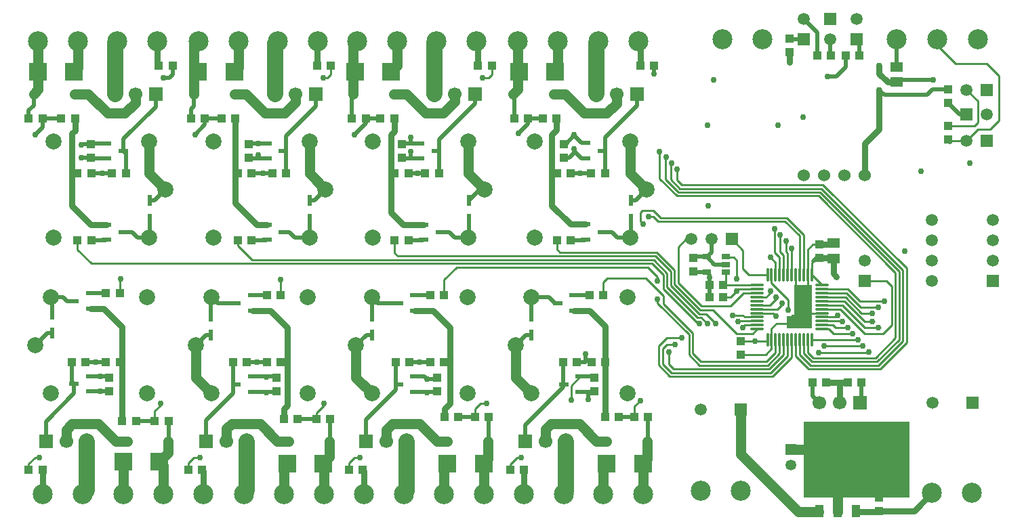
<source format=gbl>
%FSDAX24Y24*%
%MOIN*%
%SFA1B1*%

%IPPOS*%
%ADD17R,0.043300X0.039400*%
%ADD18R,0.039400X0.043300*%
%ADD20R,0.021700X0.057100*%
%ADD23C,0.010000*%
%ADD24C,0.030000*%
%ADD25C,0.020000*%
%ADD26C,0.080000*%
%ADD27C,0.050000*%
%ADD30C,0.060000*%
%ADD31R,0.066900X0.066900*%
%ADD32C,0.066900*%
%ADD33C,0.059100*%
%ADD34R,0.059100X0.059100*%
%ADD35R,0.066900X0.066900*%
%ADD36C,0.098400*%
%ADD37R,0.059100X0.059100*%
%ADD38C,0.078700*%
%ADD39C,0.047200*%
%ADD40R,0.053100X0.053100*%
%ADD41C,0.053100*%
%ADD42C,0.030000*%
%ADD43R,0.059100X0.051200*%
%ADD44R,0.043300X0.025600*%
%ADD45R,0.043300X0.061000*%
%ADD46R,0.043300X0.061000*%
%ADD47R,0.135800X0.061000*%
%ADD48O,0.070900X0.011800*%
%ADD49O,0.011800X0.070900*%
%ADD50R,0.051200X0.023600*%
%ADD51R,0.090600X0.090600*%
%ADD52R,0.090000X0.215000*%
%ADD53R,0.060000X0.060000*%
%ADD54R,0.520000X0.375000*%
%LNde-010824-1*%
%LPD*%
G54D17*
X046165Y023800D03*
X046835D03*
X046165Y023200D03*
X046835D03*
X030681Y025988D03*
X031350D03*
X038650Y026000D03*
X039319D03*
X015081Y025988D03*
X015750D03*
X022965D03*
X023635D03*
X014281Y031988D03*
X014950D03*
X015750Y029288D03*
X015081D03*
X040935Y023300D03*
X040265D03*
X013350Y031988D03*
X012681D03*
X016781Y029288D03*
X017450D03*
X019750Y034588D03*
X019081D03*
X022165Y031988D03*
X022835D03*
X023635Y029288D03*
X022965D03*
X021335Y031988D03*
X020665D03*
X024665Y029288D03*
X025335D03*
X027535Y034588D03*
X026865D03*
X029981Y031988D03*
X030650D03*
X031350Y029288D03*
X030681D03*
X033100Y023300D03*
X032431D03*
X029250Y031988D03*
X028581D03*
X032181Y029288D03*
X032850D03*
X035450Y034588D03*
X034781D03*
X037950Y032000D03*
X038619D03*
X039319Y029300D03*
X038650D03*
X037219Y032000D03*
X036550D03*
X040346Y029300D03*
X041015D03*
X043419Y034600D03*
X042750D03*
X041700Y017300D03*
X041031D03*
X040365Y020000D03*
X041035D03*
X025071Y023300D03*
X024402D03*
X042465Y017300D03*
X043135D03*
X039635Y020000D03*
X038965D03*
X036365Y014700D03*
X037035D03*
X033800Y017300D03*
X033131D03*
X032431Y020000D03*
X033100D03*
X034631Y017300D03*
X035300D03*
X031404Y020000D03*
X030734D03*
X028431Y014700D03*
X029100D03*
X025906Y017200D03*
X025237D03*
X024402Y020000D03*
X025071D03*
X017150Y023400D03*
X016481D03*
X026837Y017200D03*
X027506D03*
X023410Y020000D03*
X022741D03*
X020537Y014700D03*
X021206D03*
X017950Y017100D03*
X017281D03*
X016481Y020000D03*
X017150D03*
X018881Y017100D03*
X019550D03*
X015454Y020000D03*
X014785D03*
X012681Y014700D03*
X013350D03*
X052135Y035100D03*
X051465D03*
X052865D03*
X053535D03*
X051885Y019000D03*
X051215D03*
X052965D03*
X053635D03*
G54D18*
X051550Y025115D03*
Y025785D03*
X047700Y021035D03*
Y020365D03*
X045350Y025135D03*
Y024465D03*
X015716Y030722D03*
Y030053D03*
X023500Y030722D03*
Y030053D03*
X031016Y030722D03*
Y030053D03*
X038984Y030735D03*
Y030065D03*
X040500Y018565D03*
Y019235D03*
X032765Y018565D03*
Y019235D03*
X024871Y018565D03*
Y019235D03*
X016616Y018565D03*
Y019235D03*
X057900Y031635D03*
Y030965D03*
X050100Y035265D03*
Y035935D03*
X057900Y033435D03*
Y032765D03*
X054500Y012665D03*
Y013335D03*
G54D20*
X034316Y027025D03*
Y027950D03*
X042284Y027037D03*
Y027963D03*
X018616Y027025D03*
Y027950D03*
X026500Y027025D03*
Y027950D03*
X037400Y022263D03*
Y021337D03*
X029565Y022263D03*
Y021337D03*
X021637Y022263D03*
Y021337D03*
X013816Y022363D03*
Y021437D03*
G54D23*
X015081Y025519D02*
Y025988D01*
Y025519D02*
X015750Y024850D01*
X022965Y025735D02*
X023670Y025030D01*
X030681Y025369D02*
Y025988D01*
Y025369D02*
X030840Y025210D01*
X033100Y023300D02*
Y024050D01*
X040935Y023935D02*
X041130Y024130D01*
X046835Y023800D02*
X046972Y023938D01*
Y024426*
X046835Y023200D02*
X047200D01*
X047500Y023500*
X047586Y023586*
X046835Y023800D02*
X046852Y023783D01*
X046972Y025174D02*
X046996Y025150D01*
X047350*
X047500Y025000*
Y024100D02*
Y025000D01*
X049150Y025150D02*
X049411Y024889D01*
X049350Y025400D02*
X049608Y025142D01*
X049633Y025417D02*
X049805Y025245D01*
X049917Y025433D02*
X050002Y025348D01*
X043850Y020650D02*
X044050Y020850D01*
X044450*
X049608Y020408D02*
Y021106D01*
X041130Y024130D02*
X043020D01*
X044050Y021200D02*
X044800D01*
X043650Y020800D02*
X044050Y021200D01*
X043650Y019850D02*
Y020800D01*
Y019850D02*
X044210Y019290D01*
X043850Y019905D02*
Y020650D01*
Y019905D02*
X044285Y019470D01*
X044150Y019900D02*
Y020500D01*
Y019900D02*
X044400Y019650D01*
X049105*
X049797Y020342*
Y021098*
X044285Y019470D02*
X049179D01*
X049994Y020285*
Y021098*
X044210Y019290D02*
X049254D01*
X050191Y020227*
Y021098*
X049411Y020466D02*
Y021106D01*
X049917Y025433D02*
Y025950D01*
X049633Y025417D02*
Y026250D01*
X049350Y025400D02*
Y026550D01*
X051694Y021617D02*
X052033D01*
X052250Y021400*
X045000Y026050D02*
X045250D01*
X047200Y022750D02*
X047839Y023389D01*
X047250Y026050D02*
X047800Y025500D01*
X015750Y024850D02*
X043346D01*
X023670Y025030D02*
X043421D01*
X043600Y024000D02*
Y024200D01*
X043346Y024850D02*
X043900Y024296D01*
X044080Y023675D02*
Y024371D01*
X043421Y025030D02*
X044080Y024371D01*
X030840Y025210D02*
X043495D01*
X044260Y024445*
X043574Y025390D02*
X044440Y024524D01*
X043900Y023600D02*
Y024296D01*
X043600Y022900D02*
Y023100D01*
Y022900D02*
X045150Y021350D01*
X043020Y024130D02*
X043900Y023250D01*
Y022855D02*
Y023250D01*
Y022855D02*
X045330Y021425D01*
X043900Y023600D02*
X045600Y021900D01*
X045650*
X045990Y022360D02*
X046450Y021900D01*
X044080Y023675D02*
X045575Y022180D01*
X045766*
X046046Y021900*
X046050*
X044260Y023749D02*
Y024445D01*
Y023749D02*
X045649Y022360D01*
X045990*
X044440Y023824D02*
Y024524D01*
Y023824D02*
X045694Y022570D01*
X045768Y022750D02*
X047200D01*
X044620Y023898D02*
X045768Y022750D01*
X044620Y023898D02*
Y025670D01*
X045000Y026050*
X045694Y022570D02*
X046330D01*
X047500Y021400*
X048288*
X047800Y022300D02*
X047892Y022208D01*
X047300Y022300D02*
X047800D01*
X047550Y022000D02*
X047561Y022011D01*
X047800Y021700D02*
X047914Y021814D01*
X047800Y024600D02*
Y025500D01*
Y024600D02*
X048106Y024294D01*
X052689Y022011D02*
X052700Y022000D01*
X051694Y021814D02*
X052236D01*
X052350Y021700*
X052950*
X052250Y021400D02*
X053200D01*
X051183Y021106D02*
X051188Y021100D01*
X044550Y028954D02*
X044784Y028720D01*
X044270Y028979D02*
X044709Y028540D01*
X050986Y020469D02*
Y021106D01*
Y020469D02*
X051265Y020190D01*
X044550Y028954D02*
Y029500D01*
X044270Y028979D02*
Y029767D01*
X044283Y029780*
X044003Y028992D02*
Y030087D01*
X044017Y030100*
X043700Y029040D02*
Y030350D01*
X044003Y028992D02*
X044635Y028360D01*
X043700Y029040D02*
X044560Y028180D01*
X050789Y020411D02*
Y021106D01*
Y020411D02*
X051190Y020010D01*
X050592Y020353D02*
Y021106D01*
Y020353D02*
X051115Y019830D01*
X050395Y020296D02*
Y021106D01*
Y020296D02*
X051041Y019650D01*
X049030Y019830D02*
X049608Y020408D01*
X048955Y020010D02*
X049411Y020466D01*
X045150Y020350D02*
Y021350D01*
Y020350D02*
X045670Y019830D01*
X049030*
X045330Y020425D02*
Y021425D01*
Y020425D02*
X045745Y020010D01*
X048955*
X033100Y024050D02*
X033720Y024670D01*
X043130*
X043600Y024200*
X040935Y023300D02*
Y023935D01*
X049214Y020664D02*
Y021106D01*
X048915Y020365D02*
X049214Y020664D01*
X047700Y020365D02*
X048915D01*
X052235Y025115D02*
X052250Y025100D01*
X051183Y024883D02*
X051250Y024950D01*
X050986Y023686D02*
Y024294D01*
Y025536D02*
X051235Y025785D01*
X051550*
X051694Y022011D02*
X052689D01*
X051694Y022208D02*
X052358D01*
X052450Y022300*
X050395Y023600D02*
Y024294D01*
X051694Y023783D02*
X051744D01*
X048506Y022798D02*
X049123D01*
X048506Y022602D02*
X049502D01*
X049214Y021664D02*
X049450Y021900D01*
X050789Y024294D02*
X050797Y024302D01*
X051694Y023586D02*
X052964D01*
X053550Y023000*
X054700*
X051694Y023389D02*
X052906D01*
X053595Y022700*
X051694Y023192D02*
X052849D01*
X053641Y022400*
X054150*
X053595Y022700D02*
X054450D01*
X054500*
X051694Y022602D02*
X052598D01*
X053800Y021400*
X054700*
X055130Y021830*
Y023720*
X054850Y024000D02*
X055130Y023720D01*
X053800Y024000D02*
X054850D01*
X049214Y023886D02*
Y024294D01*
X050037Y022550D02*
Y023063D01*
X049214Y023886D02*
X050037Y023063D01*
X049608Y024294D02*
Y025142D01*
X047914Y021814D02*
X048506D01*
X050986Y024294D02*
Y025536D01*
X049214Y021106D02*
Y021664D01*
X049411Y024294D02*
Y024889D01*
X048288Y021400D02*
X048506Y021617D01*
X049797Y021098D02*
X049805Y021106D01*
X049600Y021098D02*
X049608Y021106D01*
X049994Y021098D02*
X050002Y021106D01*
X046852Y023783D02*
X048506D01*
X050191Y021098D02*
X050198Y021106D01*
X050592Y024294D02*
Y026208D01*
X050198Y024294D02*
Y025598D01*
X047586Y023586D02*
X048506D01*
X050002Y024294D02*
Y025348D01*
X047839Y023389D02*
X048506D01*
X047892Y022208D02*
X048506D01*
X049805Y024294D02*
Y025245D01*
X048106Y024294D02*
X049017D01*
X047561Y022011D02*
X048506D01*
X051183Y024294D02*
Y024883D01*
Y024294D02*
X051694Y023783D01*
X048946Y021035D02*
X049017Y021106D01*
X048506Y023192D02*
X048942D01*
X049150Y023400*
Y023500*
X049450Y021900D02*
X050000D01*
X050300Y022200*
Y022305*
X051694Y022995D02*
X052791D01*
X051694Y022798D02*
X052702D01*
X050905Y022405D02*
X051694D01*
X048506D02*
X049291D01*
X049446Y022250*
X051530Y020470D02*
X053970D01*
X054000Y020500*
X051188Y021100D02*
X053450D01*
X051800Y020800D02*
X053700D01*
X052702Y022798D02*
X053800Y021700D01*
X052791Y022995D02*
X053786Y022000D01*
X054150*
X054250*
X053800Y021700D02*
X054450D01*
X054550*
X057965Y030900D02*
X058800D01*
X057350Y035600D02*
Y035900D01*
Y035600D02*
X058250Y034700D01*
X057900Y031635D02*
X059185D01*
X059350Y031800*
X058800Y033400D02*
X059350Y032850D01*
Y031800D02*
Y032850D01*
X058800Y030900D02*
X059350Y031450D01*
X059950*
X060400Y031900*
X058250Y034700D02*
X059800D01*
X060400Y034100*
Y031900D02*
Y034100D01*
X044560Y028180D02*
X051520D01*
X044635Y028360D02*
X051595D01*
X055490Y024465*
X044709Y028540D02*
X051669D01*
X055670Y024539*
X044784Y028720D02*
X051744D01*
X055850Y024614*
X034631Y017300D02*
Y017681D01*
X018881Y017100D02*
Y017581D01*
X026837Y017487D02*
X027200Y017850D01*
X026837Y017200D02*
Y017487D01*
X043100Y016100D02*
X043135Y016135D01*
X035265Y016100D02*
X035300Y016135D01*
X027471Y016100D02*
X027506Y016135D01*
X019516Y016100D02*
X019550Y016135D01*
X038810Y025390D02*
X043574D01*
X038650Y025550D02*
X038810Y025390D01*
X038650Y025550D02*
Y026000D01*
X035450Y034150D02*
Y034588D01*
X035300Y034000D02*
X035450Y034150D01*
X035000Y034000D02*
X035300D01*
X027535Y034165D02*
Y034588D01*
X022965Y025735D02*
Y025988D01*
X027369Y034000D02*
X027535Y034165D01*
X027150Y034000D02*
X027369D01*
X012681Y014700D02*
Y014981D01*
X013000Y015300*
X013200*
X020537Y014700D02*
Y015037D01*
X020800Y015300*
X021100*
X018881Y017581D02*
X019150Y017850D01*
Y017950*
X028431Y014700D02*
Y015031D01*
X028700Y015300*
X028950*
X039373Y018833D02*
X039813Y019274D01*
X039373Y018127D02*
Y018833D01*
X034631Y017681D02*
X034900Y017950D01*
X035200*
X042465Y017300D02*
Y017815D01*
X042750Y018100*
X036365Y014700D02*
Y014965D01*
X036700Y015300*
X036900*
X047700Y021035D02*
X048400D01*
X048946*
X050797Y024302D02*
Y026258D01*
X049955Y027100D02*
X050797Y026258D01*
X017150Y023400D02*
Y024050D01*
X017200Y024100*
X043625Y026920D02*
X049880D01*
X043150Y027150D02*
X043395D01*
X043625Y026920*
X049880D02*
X050592Y026208D01*
X043750Y027100D02*
X049955D01*
X043400Y027450D02*
X043750Y027100D01*
X042850Y027450D02*
X043400D01*
X042750Y027350D02*
X042850Y027450D01*
X042750Y026950D02*
Y027350D01*
Y026950D02*
X042900Y026800D01*
X051520Y028180D02*
X055310Y024390D01*
X051041Y019650D02*
X054550D01*
X055850Y020950*
Y024614*
X051115Y019830D02*
X054475D01*
X055670Y021025*
Y024539*
X051190Y020010D02*
X054401D01*
X055490Y021099*
Y024465*
X051265Y020190D02*
X054326D01*
X055310Y021174*
Y024390*
X049123Y022798D02*
X049525Y023200D01*
X025071Y023300D02*
Y024072D01*
X049502Y022602D02*
X049800Y022900D01*
G54D24*
X051550Y025115D02*
X052235D01*
X052250Y024350D02*
X052400Y024200D01*
X052250Y024350D02*
Y025100D01*
X052187Y025785D02*
X052250Y025848D01*
X050100Y034750D02*
Y035265D01*
X053800Y029200D02*
Y030750D01*
X054500Y031450*
Y033400*
Y034200D02*
Y034600D01*
Y034200D02*
X054924Y033776D01*
X055350*
X057900Y030965D02*
X057965Y030900D01*
X021281Y013500D02*
Y014625D01*
X021206Y014700D02*
X021281Y014625D01*
X013350Y013527D02*
Y014700D01*
Y013527D02*
X013378Y013500D01*
X029100Y014700D02*
X029165Y014635D01*
Y013500D02*
Y014635D01*
X037016Y013500D02*
X037035Y013519D01*
X042750Y034600D02*
Y035719D01*
X042668Y035800D02*
X042750Y035719D01*
X034781Y034588D02*
Y035719D01*
X034700Y035800D02*
X034781Y035719D01*
X026865Y035781D02*
X026884Y035800D01*
X019000Y034669D02*
Y035800D01*
X037035Y013519D02*
Y014700D01*
X023888Y026762D02*
X024387D01*
X030650Y031350D02*
Y031988D01*
X030500Y031200D02*
X030650Y031350D01*
X030500Y027350D02*
X031088Y026762D01*
X032089*
X038619Y031419D02*
Y032000D01*
X038400Y031200D02*
X038619Y031419D01*
X038400Y027700D02*
X039326Y026774D01*
X040071*
X014950Y031400D02*
Y031988D01*
X014800Y031250D02*
X014950Y031400D01*
X014800Y027700D02*
X015738Y026762D01*
X022835Y027815D02*
X023888Y026762D01*
X015729Y022626D02*
X016374D01*
X025237Y017200D02*
Y017687D01*
X025400Y017850*
X033131Y017300D02*
Y017681D01*
X033400Y017950*
X014800Y027700D02*
Y028500D01*
X022835Y027815D02*
Y028500D01*
X030500Y027350D02*
Y028500D01*
X038400Y027700D02*
Y028500D01*
X026865Y034588D02*
Y035781D01*
X015738Y026762D02*
X016502D01*
X019000Y034669D02*
X019081Y034588D01*
X052550Y018000D02*
Y019000D01*
X051885D02*
X052550D01*
X052965*
X031679Y022526D02*
X032574D01*
X033400Y021700*
X039513Y022526D02*
X040274D01*
X041031Y021769*
X023685Y022526D02*
X024574D01*
X025400Y021700*
X054456Y012621D02*
X054500Y012665D01*
X056215*
X057100Y013550*
X017281Y017100D02*
Y021719D01*
X016374Y022626D02*
X017281Y021719D01*
X025400Y017850D02*
Y021700D01*
X033400Y017950D02*
Y021700D01*
X041031Y017300D02*
Y021769D01*
X030500Y028500D02*
Y031200D01*
X014800Y028500D02*
Y031250D01*
X022835Y028500D02*
Y031988D01*
X038400Y028500D02*
Y031200D01*
X053356Y012621D02*
X054456D01*
X051550Y025785D02*
X052187D01*
G54D25*
X046402Y024800D02*
X046972D01*
X046028Y025174D02*
X046402Y024800D01*
X045389Y025174D02*
X046028D01*
X045350Y025135D02*
X045389Y025174D01*
X046028D02*
X046250Y025396D01*
Y026050*
X046165Y023200D02*
Y023800D01*
X046028Y024426D02*
X046165Y024288D01*
X045389Y024426D02*
X046028D01*
X045350Y024465D02*
X045389Y024426D01*
X051415Y025115D02*
X051550D01*
X051250Y024950D02*
X051415Y025115D01*
X055350Y034524D02*
Y035900D01*
X058465Y032200D02*
X058800D01*
X054500Y033400D02*
X054750Y033150D01*
X056850*
X057135Y033435*
X050800Y036900D02*
X051465Y036235D01*
Y035100D02*
Y036235D01*
X050135Y035900D02*
X050800D01*
X050100Y035935D02*
X050135Y035900D01*
X052100Y035135D02*
Y035900D01*
Y035135D02*
X052135Y035100D01*
X053400Y035900D02*
X053535Y035765D01*
Y035100D02*
Y035765D01*
X052865Y034515D02*
Y035100D01*
X052400Y034050D02*
X052865Y034515D01*
X051950Y034050D02*
X052400D01*
X055474Y033900D02*
X057150D01*
X055350Y033776D02*
X055474Y033900D01*
X013350Y014700D02*
X013378Y014673D01*
X013350Y031550D02*
Y031988D01*
X015716Y030053D02*
X015755Y030014D01*
X015716Y030722D02*
X015755Y030762D01*
X017329Y030388D02*
X017450Y030267D01*
X015750Y029288D02*
X016300D01*
X020850Y031200D02*
X021335Y031685D01*
X029250Y031988D02*
X029981D01*
X029250Y031750D02*
Y031988D01*
X037219Y032000D02*
X037950D01*
X033800Y017300D02*
X034631D01*
X017950Y017100D02*
X018881D01*
X025906Y017200D02*
X026837D01*
X041700Y017300D02*
X042465D01*
X043135Y016135D02*
Y017300D01*
X035300Y016135D02*
Y017300D01*
X027506Y016135D02*
Y017200D01*
X019550Y016135D02*
Y017100D01*
X012681Y032381D02*
X012916Y032616D01*
Y033200*
X013000Y031200D02*
X013350Y031550D01*
X020665Y031988D02*
Y032465D01*
X020800Y032600*
X023500Y030053D02*
X023539Y030014D01*
X017329Y030979D02*
X018916Y032566D01*
Y033188*
X025335Y031135D02*
X026800Y032600D01*
X032850Y030950D02*
X034616Y032716D01*
Y033188*
X041015Y031065D02*
X042584Y032634D01*
Y033200*
X036550Y032000D02*
Y033135D01*
X036484Y033200D02*
X036550Y033135D01*
X028581Y031988D02*
Y033165D01*
X028616Y033200*
X015250Y030700D02*
X015272Y030722D01*
X019750Y034150D02*
Y034588D01*
X014785Y019043D02*
Y020000D01*
Y019043D02*
X014902Y018926D01*
Y018452D02*
Y018926D01*
X013516Y017066D02*
X014902Y018452D01*
X013516Y016100D02*
Y017066D01*
X021411Y017112D02*
X022741Y018441D01*
X021411Y016100D02*
Y017112D01*
X029265Y017165D02*
X030734Y018634D01*
X029265Y016100D02*
Y017165D01*
X037100Y016900D02*
X038965Y018765D01*
X037100Y016100D02*
Y016900D01*
X031016Y030722D02*
X031055Y030762D01*
X031016Y030053D02*
X031055Y030014D01*
X024200Y029288D02*
X024665D01*
X039319Y029300D02*
X039800D01*
X040346*
X032916Y026388D02*
X033362D01*
X033624Y026126*
X034306*
X034316Y026135D02*
Y027025D01*
X034306Y026126D02*
X034316Y026135D01*
Y027950D02*
X034853Y028488D01*
X035094*
X025512Y026388D02*
X025774Y026126D01*
X026491*
X026741Y027950D02*
X027278Y028488D01*
X024361Y025988D02*
X024387Y026014D01*
X040898Y026400D02*
X041350D01*
X041624Y026126*
X042275*
X042284Y026135D02*
Y027037D01*
X042275Y026126D02*
X042284Y026135D01*
Y027963D02*
X042537D01*
X043062Y028488*
X039539Y023300D02*
X040265D01*
X039513Y023274D02*
X039539Y023300D01*
X038550Y022900D02*
X038687D01*
X038276Y023174D02*
X038550Y022900D01*
X037409Y023174D02*
X038276D01*
X037400Y022263D02*
Y023165D01*
X037409Y023174*
X037147Y021337D02*
X037400D01*
X036622Y020812D02*
X037147Y021337D01*
X039635Y020000D02*
X040050D01*
X039813Y019274D02*
X040461D01*
X040500Y019235*
X031404Y020000D02*
X031900D01*
X032431*
X029565Y022263D02*
Y023162D01*
X029827Y022900D02*
X030852D01*
X029553Y023174D02*
X029565Y023162D01*
X029827Y022900*
X029291Y021337D02*
X029565D01*
X028765Y020812D02*
X029291Y021337D01*
X023685Y023274D02*
X024376D01*
X024402Y023300*
X021950Y022900D02*
X022858D01*
X021675Y023174D02*
X021950Y022900D01*
X021637Y022263D02*
Y023136D01*
X021675Y023174*
X021413Y021337D02*
X021637D01*
X020888Y020812D02*
X021413Y021337D01*
X023410Y020000D02*
X023900D01*
X024402*
X024832Y019274D02*
X024871Y019235D01*
X015454Y020000D02*
X015968D01*
X016481*
X016550Y019300D02*
X016616Y019235D01*
X015750Y025988D02*
X016476D01*
X017329Y026388D02*
X017762D01*
X018024Y026126*
X018606D02*
X018616Y026135D01*
Y027950D02*
X018856D01*
X036750Y031250D02*
X037219Y031719D01*
Y032000*
X039319Y026000D02*
X040045D01*
X040071Y026026*
X031350Y025988D02*
X032063D01*
X032089Y026014*
X031679Y023274D02*
X032405D01*
X032431Y023300*
X014550Y023000D02*
X014902D01*
X014376Y023174D02*
X014550Y023000D01*
X013771Y023174D02*
X014376D01*
X013816Y022363D02*
Y023130D01*
X013771Y023174D02*
X013816Y023130D01*
X013609Y021437D02*
X013816D01*
X012984Y020812D02*
X013609Y021437D01*
X015729Y023374D02*
X016455D01*
X016481Y023400*
X016602Y018552D02*
X016616Y018565D01*
X024832Y018526D02*
X024871Y018565D01*
X032726Y018526D02*
X032765Y018565D01*
X040461Y018526D02*
X040500Y018565D01*
X023950Y030014D02*
Y030200D01*
X031450Y030014D02*
Y030350D01*
X031055Y030014D02*
X031450D01*
X031902*
X031450Y030762D02*
Y031050D01*
X031055Y030762D02*
X031450D01*
X031902*
X038984Y030065D02*
X039265D01*
X039500Y030300*
Y030400D02*
X039874Y030026D01*
X040071*
X039500Y030300D02*
Y030400D01*
Y030500*
X038984Y030735D02*
X039085D01*
X039500Y031150*
X039876Y030774*
X040071*
X043419Y034181D02*
Y034600D01*
X023500Y030722D02*
X023539Y030762D01*
X023635Y025988D02*
X024361D01*
X026500Y027950D02*
X026741D01*
X026500Y026135D02*
Y027025D01*
X026491Y026126D02*
X026500Y026135D01*
X025213Y026388D02*
X025512D01*
X026800Y032600D02*
Y033188D01*
X020800Y032600D02*
Y033200D01*
X023635Y029288D02*
X024200D01*
X021335Y031988D02*
X022165D01*
X021335Y031685D02*
Y031988D01*
X028700Y031200D02*
X029250Y031750D01*
X019600Y034000D02*
X019750Y034150D01*
X019300Y034000D02*
X019600D01*
X016476Y025988D02*
X016502Y026014D01*
X018616Y026135D02*
Y027025D01*
X018024Y026126D02*
X018606D01*
X018856Y027950D02*
X019394Y028488D01*
X017450Y029288D02*
Y030267D01*
X017329Y030388D02*
Y030979D01*
X012681Y031988D02*
Y032381D01*
X016300Y029288D02*
X016781D01*
X013350Y031988D02*
X014281D01*
X015755Y030014D02*
X016502D01*
X015250Y030053D02*
X015716D01*
X015755Y030762D02*
X016502D01*
X015272Y030722D02*
X015716D01*
X015729Y019300D02*
X016200D01*
X016550*
X032681Y019150D02*
X032765Y019235D01*
X031679Y019274D02*
X032126D01*
X040200Y018150D02*
Y018526D01*
X039813D02*
X040200D01*
X040461*
X046165Y023800D02*
Y024150D01*
Y024288*
X051215Y018335D02*
Y019000D01*
Y018335D02*
X051550Y018000D01*
X053635Y018085D02*
Y019000D01*
X053550Y018000D02*
X053635Y018085D01*
X032250Y019150D02*
X032681D01*
X032126Y019274D02*
X032250Y019150D01*
X057135Y033435D02*
X057900D01*
Y032765D02*
X058465Y032200D01*
X031350Y029288D02*
X032181D01*
X032850D02*
Y030950D01*
X022741Y018441D02*
Y020000D01*
X031679Y018526D02*
X032726D01*
X030734Y018634D02*
Y020000D01*
X038965Y018765D02*
Y020000D01*
X023685Y018526D02*
X024832D01*
X040050Y020000D02*
Y020400D01*
X015729Y018552D02*
X016602D01*
X041015Y029300D02*
Y031065D01*
X023685Y019274D02*
X024832D01*
X025335Y029288D02*
Y031135D01*
X023539Y030014D02*
X023950D01*
X024387*
X023539Y030762D02*
X024387D01*
G54D26*
X040584Y035684D02*
X040700Y035800D01*
X040584Y033200D02*
Y035684D01*
X032616D02*
X032731Y035800D01*
X032616Y033188D02*
Y035684D01*
X024800D02*
X024916Y035800D01*
X024800Y033188D02*
Y035684D01*
X016916D02*
X017032Y035800D01*
X016916Y033188D02*
Y035684D01*
X038984Y013500D02*
X039100Y013616D01*
Y016100*
X031134Y013500D02*
X031265Y013632D01*
Y016100*
X015516Y013670D02*
Y016100D01*
X023250Y013500D02*
X023412Y013662D01*
Y016100*
G54D27*
X015346Y013500D02*
X015516Y013670D01*
X036484Y033200D02*
X036716Y033431D01*
X028616Y035584D02*
X028832Y035800D01*
X020800Y035584D02*
X021016Y035800D01*
X012916Y033200D02*
X013132Y033416D01*
X015100Y034486D02*
Y035800D01*
X014902Y034288D02*
X015100Y034486D01*
X030800Y034586D02*
Y035800D01*
X030502Y034288D02*
X030800Y034586D01*
X038684Y034414D02*
Y035800D01*
X038570Y034300D02*
X038684Y034414D01*
X017332Y013500D02*
Y015098D01*
X017330Y015100D02*
X017332Y015098D01*
X027200Y013500D02*
Y014957D01*
X027157Y015000D02*
X027200Y014957D01*
X035065Y013500D02*
Y014986D01*
X035051Y015000D02*
X035065Y014986D01*
X035265Y015214D02*
Y016100D01*
X035051Y015000D02*
X035265Y015214D01*
X027471Y015314D02*
Y016100D01*
X027157Y015000D02*
X027471Y015314D01*
X019300Y013500D02*
Y014902D01*
X019102Y015100D02*
X019300Y014902D01*
X019516Y015514D02*
Y016100D01*
X019102Y015100D02*
X019516Y015514D01*
X042886Y015000D02*
X043100Y015214D01*
X042884Y014998D02*
X042886Y015000D01*
X043100Y015214D02*
Y016100D01*
X042884Y013500D02*
Y014998D01*
X014516Y016100D02*
Y016666D01*
X014800Y016950*
X031900D02*
X032750Y016100D01*
X033265*
X030265D02*
Y016665D01*
X030550Y016950*
X031900*
X038100Y016100D02*
Y016700D01*
X038350Y016950*
X022411Y016100D02*
Y016711D01*
X022650Y016950*
X024050*
X024900Y016100*
X025471*
X038350Y016950D02*
X039750D01*
X040600Y016100*
X041100*
X014800Y016950D02*
X016100D01*
X016950Y016100*
X017516*
X017916Y032766D02*
Y033188D01*
X017400Y032250D02*
X017916Y032766D01*
X016550Y032250D02*
X017400D01*
X015600Y033200D02*
X016550Y032250D01*
X014916Y033200D02*
X015600D01*
X025250Y032250D02*
X025800Y032800D01*
X023350Y033200D02*
X024300Y032250D01*
X025250*
X033616Y032816D02*
Y033188D01*
X033050Y032250D02*
X033616Y032816D01*
X032200Y032250D02*
X033050D01*
X031250Y033200D02*
X032200Y032250D01*
X030616Y033200D02*
X031250D01*
X041100Y032250D02*
X041584Y032734D01*
Y033200*
X038484D02*
X039050D01*
X040000Y032250*
X041100*
X025800Y032800D02*
Y033188D01*
X022800Y033200D02*
X023350D01*
X022984Y034486D02*
Y035800D01*
X022786Y034288D02*
X022984Y034486D01*
X042275Y029275D02*
Y030850D01*
Y029275D02*
X043062Y028488D01*
X034306Y029275D02*
Y030850D01*
Y029275D02*
X035094Y028488D01*
X026491Y029275D02*
Y030850D01*
Y029275D02*
X027278Y028488D01*
X018606Y029275D02*
Y030850D01*
Y029275D02*
X019394Y028488D01*
X020888Y019237D02*
X021675Y018450D01*
X020888Y019237D02*
Y020812D01*
X028765Y019237D02*
X029553Y018450D01*
X028765Y019237D02*
Y020812D01*
X036622Y019237D02*
X037409Y018450D01*
X036622Y019237D02*
Y020812D01*
X025231Y014846D02*
X025386Y015000D01*
X025231Y013500D02*
Y014846D01*
X033097Y014817D02*
X033280Y015000D01*
X033097Y013500D02*
Y014817D01*
X040916Y014802D02*
X041114Y015000D01*
X040916Y013500D02*
Y014802D01*
X050529Y012621D02*
X051544D01*
X047684Y015466D02*
Y017650D01*
Y015466D02*
X050529Y012621D01*
X050150Y015700D02*
X051550D01*
X052450Y012621D02*
Y013550D01*
X028616Y033200D02*
Y035584D01*
X013132Y033416D02*
Y035800D01*
X036716Y033431D02*
Y035800D01*
X020800Y033200D02*
Y035584D01*
G54D30*
X050800Y029200D03*
X051800D03*
X052800D03*
X053800D03*
G54D31*
X053550Y018000D03*
G54D32*
X052550Y018000D03*
X051550D03*
X017916Y033188D03*
X016916D03*
X038100Y016100D03*
X039100D03*
X025800Y033188D03*
X024800D03*
X030265Y016100D03*
X031265D03*
X033616Y033188D03*
X032616D03*
X022411Y016100D03*
X023412D03*
X041584Y033200D03*
X040584D03*
X014516Y016100D03*
X015516D03*
G54D33*
X057100Y027000D03*
Y026000D03*
Y025000D03*
Y024000D03*
X060100Y027000D03*
Y026000D03*
Y025000D03*
X052100Y035900D03*
X058800Y033400D03*
X050800Y036900D03*
X058800Y030900D03*
X053400Y036900D03*
X059800Y032200D03*
X053800Y025000D03*
X045250Y026050D03*
X046250D03*
X045716Y017650D03*
X057116Y018000D03*
G54D34*
X060100Y024000D03*
X059800Y033400D03*
Y030900D03*
X058800Y032200D03*
X047250Y026050D03*
X047684Y017650D03*
X059084Y018000D03*
G54D35*
X018916Y033188D03*
X037100Y016100D03*
X026800Y033188D03*
X029265Y016100D03*
X034616Y033188D03*
X021411Y016100D03*
X042584Y033200D03*
X013516Y016100D03*
G54D36*
X017032Y035800D03*
X019000D03*
X013132D03*
X015100D03*
X024916D03*
X026884D03*
X021016D03*
X022984D03*
X032731D03*
X034700D03*
X028832D03*
X030800D03*
X040700D03*
X042668D03*
X036716D03*
X038684D03*
X038984Y013500D03*
X037016D03*
X042884D03*
X040916D03*
X031134D03*
X029165D03*
X035065D03*
X033097D03*
X023250D03*
X021281D03*
X027200D03*
X025231D03*
X015346D03*
X013378D03*
X019300D03*
X017332D03*
X048763Y035900D03*
X046795D03*
X059350D03*
X057350D03*
X055350D03*
X057100Y013550D03*
X059068D03*
X045716Y013650D03*
X047684D03*
G54D37*
X052100Y036900D03*
X050800Y035900D03*
X053400D03*
X053800Y024000D03*
G54D38*
X029582Y030850D03*
Y026126D03*
X034306Y030850D03*
Y026126D03*
X035094Y028488D03*
X037550Y030850D03*
Y026126D03*
X042275Y030850D03*
Y026126D03*
X043062Y028488D03*
X013882Y030850D03*
Y026126D03*
X018606Y030850D03*
Y026126D03*
X019394Y028488D03*
X021766Y030850D03*
Y026126D03*
X026491Y030850D03*
Y026126D03*
X027278Y028488D03*
X042134Y018450D03*
Y023174D03*
X037409Y018450D03*
Y023174D03*
X036622Y020812D03*
X034277Y018450D03*
Y023174D03*
X029553Y018450D03*
Y023174D03*
X028765Y020812D03*
X026400Y018450D03*
Y023174D03*
X021675Y018450D03*
Y023174D03*
X020888Y020812D03*
X018496Y018450D03*
Y023174D03*
X013771Y018450D03*
Y023174D03*
X012984Y020812D03*
G54D39*
X014916Y033200D03*
X012916D03*
X041100Y016100D03*
X043100D03*
X022800Y033200D03*
X020800D03*
X033265Y016100D03*
X035265D03*
X030616Y033200D03*
X028616D03*
X025471Y016100D03*
X027471D03*
X038484Y033200D03*
X036484D03*
X017516Y016100D03*
X019516D03*
G54D40*
X050150Y015700D03*
G54D41*
X050150Y014913D03*
G54D42*
X056550Y029400D03*
X058950Y029800D03*
X023900Y020000D03*
X031900D03*
X040050Y020400D03*
X027200Y017950D03*
X035200D03*
X031800Y029300D03*
X039800D03*
X020850Y031200D03*
X015968Y020000D03*
X047500Y023500D03*
Y024100D03*
X049150Y025150D03*
X050200Y025600D03*
X049350Y026550D03*
X049633Y026250D03*
X049917Y025950D03*
X044150Y020500D03*
X044450Y020850D03*
X044800Y021200D03*
X043600Y024000D03*
Y023100D03*
X046450Y021900D03*
X046050D03*
X047800Y021700D03*
X047550Y022000D03*
X047300Y022300D03*
X045650Y021900D03*
X052700Y022000D03*
X052950Y021700D03*
X053200Y021400D03*
X053450Y021100D03*
X044550Y029500D03*
X044283Y029780D03*
X044017Y030100D03*
X043700Y030350D03*
X052400Y024200D03*
X052450Y022300D03*
X050300Y022200D03*
X049742Y022900D03*
X054750Y023000D03*
X054450Y022700D03*
X054150Y022400D03*
X050037Y022550D03*
X049150Y023500D03*
X049446Y023200D03*
Y022250D03*
X051530Y020470D03*
X051800Y020800D03*
X054000Y020500D03*
X053700Y020800D03*
X054450Y021700D03*
X054150Y022000D03*
X054500Y034600D03*
Y033400D03*
X050100Y034750D03*
X051950Y034050D03*
X057150Y033900D03*
X016300Y029288D03*
X015250Y030700D03*
X013000Y031200D03*
X015250Y030053D03*
X024200Y029288D03*
X036750Y031250D03*
X023950Y030750D03*
Y030200D03*
X031450Y030350D03*
Y031050D03*
X039500Y030500D03*
Y031200D03*
X043419Y034181D03*
X014800Y028500D03*
X022835D03*
X030500D03*
X038400D03*
X035000Y034000D03*
X027150D03*
X028700Y031200D03*
X019300Y034000D03*
X013200Y015300D03*
X016200Y019300D03*
X021100Y015300D03*
X024350Y019250D03*
X019150Y017950D03*
X016200Y018550D03*
X024350Y018500D03*
X032250D03*
X028950Y015300D03*
X040200Y018150D03*
X039373Y018127D03*
X042750Y018100D03*
X036900Y015300D03*
X051250Y014800D03*
X051800D03*
X052350D03*
X052900D03*
X053450D03*
Y015400D03*
X052900D03*
X052350D03*
X051800D03*
X051250D03*
X053450Y016000D03*
X052900D03*
X052350D03*
X051800D03*
X051250D03*
X048400Y021035D03*
X046165Y024150D03*
X055750Y025450D03*
X046100Y027700D03*
X046065Y031660D03*
X049535Y031665D03*
X046350Y033900D03*
X032250Y019150D03*
X017250Y021700D03*
X025400D03*
X033400D03*
X041050D03*
X051850Y025800D03*
X017200Y024100D03*
X042900Y026800D03*
X043150Y027150D03*
X025050Y024050D03*
X050750Y032050D03*
G54D43*
X052250Y025848D03*
Y025100D03*
X055350Y033776D03*
Y034524D03*
G54D44*
X046028Y025174D03*
Y024426D03*
X046972D03*
Y024800D03*
Y025174D03*
G54D45*
X053361Y012650D03*
G54D46*
X052456Y012650D03*
X051550D03*
G54D47*
X052456Y015307D03*
G54D48*
X051694Y023783D03*
Y023586D03*
Y023389D03*
Y023192D03*
Y022995D03*
Y022798D03*
Y022602D03*
Y022405D03*
Y022208D03*
Y022011D03*
Y021814D03*
Y021617D03*
X048506D03*
Y021814D03*
Y022011D03*
Y022208D03*
Y022405D03*
Y022602D03*
Y022798D03*
Y022995D03*
Y023192D03*
Y023389D03*
Y023586D03*
Y023783D03*
G54D49*
X051183Y021106D03*
X050986D03*
X050789D03*
X050592D03*
X050395D03*
X050198D03*
X050002D03*
X049805D03*
X049608D03*
X049411D03*
X049214D03*
X049017D03*
Y024294D03*
X049214D03*
X049411D03*
X049608D03*
X049805D03*
X050002D03*
X050198D03*
X050395D03*
X050592D03*
X050789D03*
X050986D03*
X051183D03*
G54D50*
X032089Y026014D03*
Y026762D03*
X032916Y026388D03*
X040071Y026026D03*
Y026774D03*
X040898Y026400D03*
X016502Y026014D03*
Y026762D03*
X017329Y026388D03*
X024387Y026014D03*
Y026762D03*
X025213Y026388D03*
X039513Y023274D03*
Y022526D03*
X038687Y022900D03*
X016502Y030014D03*
Y030762D03*
X017329Y030388D03*
X024387Y030014D03*
Y030762D03*
X025213Y030388D03*
X031679Y023274D03*
Y022526D03*
X030852Y022900D03*
X031902Y030014D03*
Y030762D03*
X032729Y030388D03*
X040071Y030026D03*
Y030774D03*
X040898Y030400D03*
X023685Y023274D03*
Y022526D03*
X022858Y022900D03*
X039813Y019274D03*
Y018526D03*
X038987Y018900D03*
X031679Y019274D03*
Y018526D03*
X030852Y018900D03*
X015729Y023374D03*
Y022626D03*
X014902Y023000D03*
X023685Y019274D03*
Y018526D03*
X022858Y018900D03*
X015729Y019300D03*
Y018552D03*
X014902Y018926D03*
G54D51*
X014902Y034288D03*
X013130D03*
X041114Y015000D03*
X042886D03*
X022786Y034288D03*
X021014D03*
X033280Y015000D03*
X035051D03*
X030502Y034288D03*
X028730D03*
X025386Y015000D03*
X027157D03*
X038570Y034300D03*
X036798D03*
X017330Y015100D03*
X019102D03*
G54D52*
X050750Y022725D03*
G54D53*
X050250Y021950D03*
G54D54*
X053400Y015175D03*
M02*
</source>
